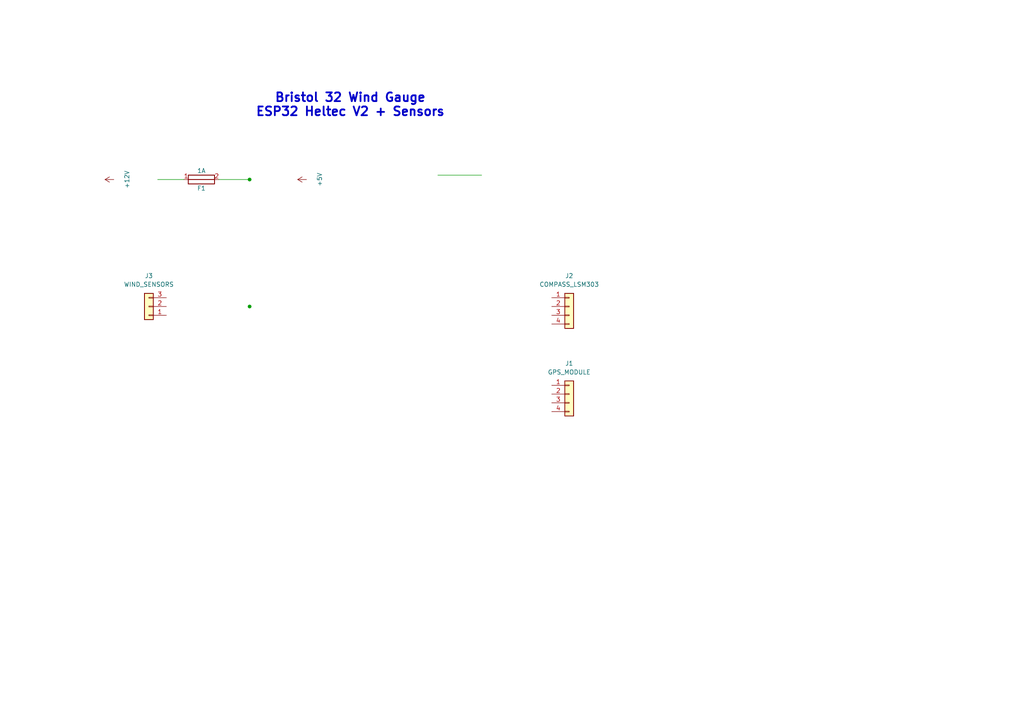
<source format=kicad_sch>
(kicad_sch (version 20211123) (generator "eeschema")
  (paper "A4")
  (lib_symbols
    (symbol "Connector_Generic:Conn_01x03" (pin_names (offset 1.016) hide)
      (property "Reference" "J" (at 0 5.08 0))
      (property "Value" "Conn_01x03" (at 0 -5.08 0))
      (symbol "Conn_01x03_1_1"
        (rectangle (start -1.27 -2.413) (end 0 -2.667) (stroke (width 0.1524)))
        (rectangle (start -1.27 0.127) (end 0 -0.127) (stroke (width 0.1524)))
        (rectangle (start -1.27 2.667) (end 0 2.413) (stroke (width 0.1524)))
        (rectangle (start -1.27 3.81) (end 1.27 -3.81) (stroke (width 0.254)) (fill (type background)))
        (pin passive line (at -5.08 2.54 0) (length 3.81) (name "Pin_1") (number "1"))
        (pin passive line (at -5.08 0 0) (length 3.81) (name "Pin_2") (number "2"))
        (pin passive line (at -5.08 -2.54 0) (length 3.81) (name "Pin_3") (number "3"))
      )
    )
    (symbol "Connector_Generic:Conn_01x04" (pin_names (offset 1.016) hide)
      (property "Reference" "J" (at 0 7.62 0))
      (property "Value" "Conn_01x04" (at 0 -7.62 0))
      (symbol "Conn_01x04_1_1"
        (rectangle (start -1.27 -4.953) (end 0 -5.207) (stroke (width 0.1524)))
        (rectangle (start -1.27 -2.413) (end 0 -2.667) (stroke (width 0.1524)))
        (rectangle (start -1.27 0.127) (end 0 -0.127) (stroke (width 0.1524)))
        (rectangle (start -1.27 2.667) (end 0 2.413) (stroke (width 0.1524)))
        (rectangle (start -1.27 3.81) (end 1.27 -6.35) (stroke (width 0.254)) (fill (type background)))
        (pin passive line (at -5.08 2.54 0) (length 3.81) (name "Pin_1") (number "1"))
        (pin passive line (at -5.08 0 0) (length 3.81) (name "Pin_2") (number "2"))
        (pin passive line (at -5.08 -2.54 0) (length 3.81) (name "Pin_3") (number "3"))
        (pin passive line (at -5.08 -5.08 0) (length 3.81) (name "Pin_4") (number "4"))
      )
    )
    (symbol "Device:GND" (power) (pin_names (offset 0))
      (property "Value" "GND" (at 0 -3.81 0))
      (symbol "GND_0_1"
        (polyline (pts (xy 0 0) (xy 0 -1.27) (xy 1.27 -1.27) (xy 0 -2.54) (xy -1.27 -1.27) (xy 0 -1.27)))
        (pin power_in line (at 0 0 270) (length 0) hide (name "GND") (number "1"))
      )
    )
    (symbol "Device:R" (pin_names (offset 0))
      (property "Reference" "R" (at 2.032 0 90))
      (property "Value" "R" (at 0 0 90))
      (symbol "R_0_1"
        (rectangle (start -1.016 -2.54) (end 1.016 2.54) (stroke (width 0.254)))
        (pin passive line (at 0 3.81 270) (length 1.27) (name "~") (number "1"))
        (pin passive line (at 0 -3.81 90) (length 1.27) (name "~") (number "2"))
      )
    )
    (symbol "Power_Protection:Fuse" (pin_names (offset 0))
      (property "Reference" "F" (at 2.54 0 90))
      (property "Value" "Fuse" (at -2.54 0 90))
      (symbol "Fuse_0_1"
        (polyline (pts (xy -3.81 -1.27) (xy 3.81 -1.27) (xy 3.81 1.27) (xy -3.81 1.27) (xy -3.81 -1.27)) (stroke (width 0.254)))
        (polyline (pts (xy -3.81 0) (xy 3.81 0)) (stroke (width 0.254)))
        (pin passive line (at -5.08 0 0) (length 1.27) (name "~") (number "1"))
        (pin passive line (at 5.08 0 180) (length 1.27) (name "~") (number "2"))
      )
    )
    (symbol "power:+12V" (power) (pin_names (offset 0))
      (property "Value" "+12V" (at 0 3.556 0))
      (symbol "+12V_0_1"
        (polyline (pts (xy -0.762 1.27) (xy 0 2.54)))
        (polyline (pts (xy 0 0) (xy 0 2.54)))
        (polyline (pts (xy 0 2.54) (xy 0.762 1.27)))
        (pin power_in line (at 0 0 90) (length 0) hide (name "+12V") (number "1"))
      )
    )
    (symbol "power:+3.3V" (power) (pin_names (offset 0))
      (property "Value" "+3.3V" (at 0 3.556 0))
      (symbol "+3.3V_0_1"
        (polyline (pts (xy -0.762 1.27) (xy 0 2.54)))
        (polyline (pts (xy 0 0) (xy 0 2.54)))
        (polyline (pts (xy 0 2.54) (xy 0.762 1.27)))
        (pin power_in line (at 0 0 90) (length 0) hide (name "+3.3V") (number "1"))
      )
    )
    (symbol "power:+5V" (power) (pin_names (offset 0))
      (property "Value" "+5V" (at 0 3.556 0))
      (symbol "+5V_0_1"
        (polyline (pts (xy -0.762 1.27) (xy 0 2.54)))
        (polyline (pts (xy 0 0) (xy 0 2.54)))
        (polyline (pts (xy 0 2.54) (xy 0.762 1.27)))
        (pin power_in line (at 0 0 90) (length 0) hide (name "+5V") (number "1"))
      )
    )
  )
  (junction (at 72.39 52.07))
  (junction (at 72.39 88.9))
  (wire (pts (xy 45.72 52.07) (xy 53.34 52.07)))
  (wire (pts (xy 63.5 52.07) (xy 72.39 52.07)))
  (wire (pts (xy 127 50.8) (xy 139.7 50.8)))
  (text "Bristol 32 Wind Gauge\nESP32 Heltec V2 + Sensors" (at 101.6 30.48 0) (effects (font (size 2.54 2.54) (thickness 0.508))))
  (symbol (lib_id "Connector_Generic:Conn_01x04") (at 165.1 88.9 0) (unit 1)
    (property "Reference" "J2" (at 165.1 80 0))
    (property "Value" "COMPASS_LSM303" (at 165.1 82.5 0))
  )
  (symbol (lib_id "Connector_Generic:Conn_01x04") (at 165.1 114.3 0) (unit 1)
    (property "Reference" "J1" (at 165.1 105.4 0))
    (property "Value" "GPS_MODULE" (at 165.1 107.95 0))
  )
  (symbol (lib_id "Connector_Generic:Conn_01x03") (at 43.18 88.9 180) (unit 1)
    (property "Reference" "J3" (at 43.18 80 0))
    (property "Value" "WIND_SENSORS" (at 43.18 82.5 0))
  )
  (symbol (lib_id "power:+12V") (at 33.02 52.07 90) (unit 1)
    (property "Reference" "#PWR01" (effects hide))
    (property "Value" "+12V" (at 36.83 52.07 0))
  )
  (symbol (lib_id "Power_Protection:Fuse") (at 58.42 52.07 0) (unit 1)
    (property "Reference" "F1" (at 58.42 54.61 0))
    (property "Value" "1A" (at 58.42 49.53 0))
  )
  (symbol (lib_id "power:+5V") (at 88.9 52.07 90) (unit 1)
    (property "Reference" "#PWR02" (effects hide))
    (property "Value" "+5V" (at 92.71 52.07 0))
  )
)
</source>
